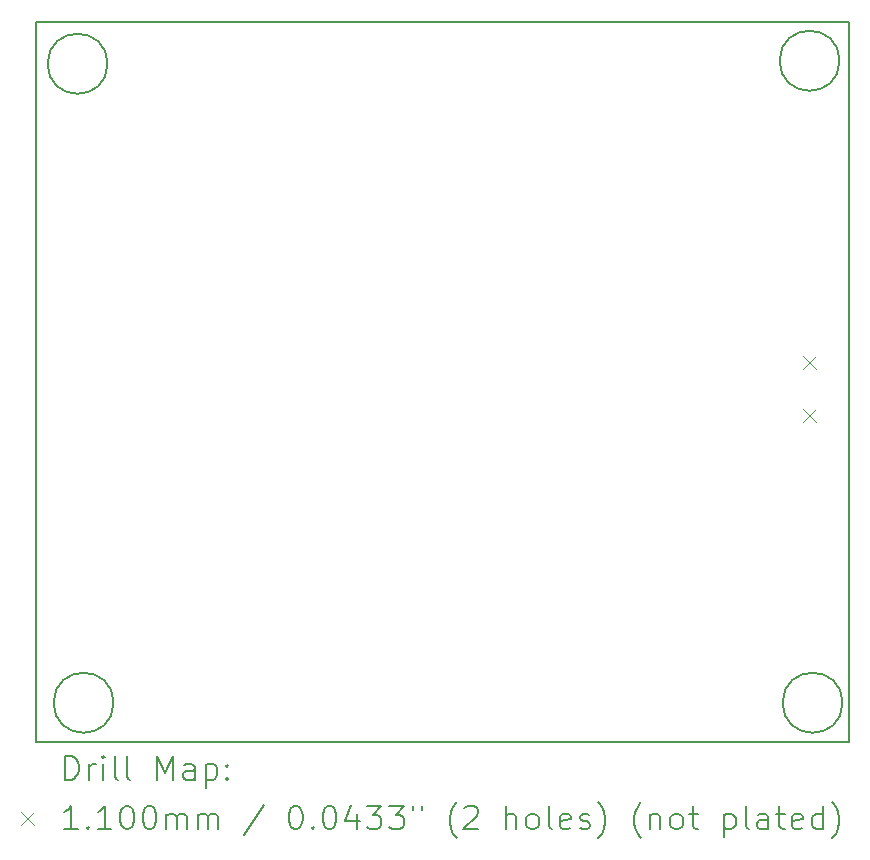
<source format=gbr>
%TF.GenerationSoftware,KiCad,Pcbnew,7.0.10*%
%TF.CreationDate,2024-03-02T18:50:19+09:00*%
%TF.ProjectId,STM32F103x8,53544d33-3246-4313-9033-78382e6b6963,rev?*%
%TF.SameCoordinates,Original*%
%TF.FileFunction,Drillmap*%
%TF.FilePolarity,Positive*%
%FSLAX45Y45*%
G04 Gerber Fmt 4.5, Leading zero omitted, Abs format (unit mm)*
G04 Created by KiCad (PCBNEW 7.0.10) date 2024-03-02 18:50:19*
%MOMM*%
%LPD*%
G01*
G04 APERTURE LIST*
%ADD10C,0.200000*%
%ADD11C,0.110000*%
G04 APERTURE END LIST*
D10*
X12319000Y-10337800D02*
G75*
G03*
X11811000Y-10337800I-254000J0D01*
G01*
X11811000Y-10337800D02*
G75*
G03*
X12319000Y-10337800I254000J0D01*
G01*
X18491200Y-10337800D02*
G75*
G03*
X17983200Y-10337800I-254000J0D01*
G01*
X17983200Y-10337800D02*
G75*
G03*
X18491200Y-10337800I254000J0D01*
G01*
X12268200Y-4927600D02*
G75*
G03*
X11760200Y-4927600I-254000J0D01*
G01*
X11760200Y-4927600D02*
G75*
G03*
X12268200Y-4927600I254000J0D01*
G01*
X11658600Y-4572000D02*
X18542000Y-4572000D01*
X18542000Y-10668000D01*
X11658600Y-10668000D01*
X11658600Y-4572000D01*
X18465800Y-4902200D02*
G75*
G03*
X17957800Y-4902200I-254000J0D01*
G01*
X17957800Y-4902200D02*
G75*
G03*
X18465800Y-4902200I254000J0D01*
G01*
D11*
X18160500Y-7403500D02*
X18270500Y-7513500D01*
X18270500Y-7403500D02*
X18160500Y-7513500D01*
X18160500Y-7853500D02*
X18270500Y-7963500D01*
X18270500Y-7853500D02*
X18160500Y-7963500D01*
D10*
X11909377Y-10989484D02*
X11909377Y-10789484D01*
X11909377Y-10789484D02*
X11956996Y-10789484D01*
X11956996Y-10789484D02*
X11985567Y-10799008D01*
X11985567Y-10799008D02*
X12004615Y-10818055D01*
X12004615Y-10818055D02*
X12014139Y-10837103D01*
X12014139Y-10837103D02*
X12023662Y-10875198D01*
X12023662Y-10875198D02*
X12023662Y-10903770D01*
X12023662Y-10903770D02*
X12014139Y-10941865D01*
X12014139Y-10941865D02*
X12004615Y-10960912D01*
X12004615Y-10960912D02*
X11985567Y-10979960D01*
X11985567Y-10979960D02*
X11956996Y-10989484D01*
X11956996Y-10989484D02*
X11909377Y-10989484D01*
X12109377Y-10989484D02*
X12109377Y-10856150D01*
X12109377Y-10894246D02*
X12118901Y-10875198D01*
X12118901Y-10875198D02*
X12128424Y-10865674D01*
X12128424Y-10865674D02*
X12147472Y-10856150D01*
X12147472Y-10856150D02*
X12166520Y-10856150D01*
X12233186Y-10989484D02*
X12233186Y-10856150D01*
X12233186Y-10789484D02*
X12223662Y-10799008D01*
X12223662Y-10799008D02*
X12233186Y-10808531D01*
X12233186Y-10808531D02*
X12242710Y-10799008D01*
X12242710Y-10799008D02*
X12233186Y-10789484D01*
X12233186Y-10789484D02*
X12233186Y-10808531D01*
X12356996Y-10989484D02*
X12337948Y-10979960D01*
X12337948Y-10979960D02*
X12328424Y-10960912D01*
X12328424Y-10960912D02*
X12328424Y-10789484D01*
X12461758Y-10989484D02*
X12442710Y-10979960D01*
X12442710Y-10979960D02*
X12433186Y-10960912D01*
X12433186Y-10960912D02*
X12433186Y-10789484D01*
X12690329Y-10989484D02*
X12690329Y-10789484D01*
X12690329Y-10789484D02*
X12756996Y-10932341D01*
X12756996Y-10932341D02*
X12823662Y-10789484D01*
X12823662Y-10789484D02*
X12823662Y-10989484D01*
X13004615Y-10989484D02*
X13004615Y-10884722D01*
X13004615Y-10884722D02*
X12995091Y-10865674D01*
X12995091Y-10865674D02*
X12976043Y-10856150D01*
X12976043Y-10856150D02*
X12937948Y-10856150D01*
X12937948Y-10856150D02*
X12918901Y-10865674D01*
X13004615Y-10979960D02*
X12985567Y-10989484D01*
X12985567Y-10989484D02*
X12937948Y-10989484D01*
X12937948Y-10989484D02*
X12918901Y-10979960D01*
X12918901Y-10979960D02*
X12909377Y-10960912D01*
X12909377Y-10960912D02*
X12909377Y-10941865D01*
X12909377Y-10941865D02*
X12918901Y-10922817D01*
X12918901Y-10922817D02*
X12937948Y-10913293D01*
X12937948Y-10913293D02*
X12985567Y-10913293D01*
X12985567Y-10913293D02*
X13004615Y-10903770D01*
X13099853Y-10856150D02*
X13099853Y-11056150D01*
X13099853Y-10865674D02*
X13118901Y-10856150D01*
X13118901Y-10856150D02*
X13156996Y-10856150D01*
X13156996Y-10856150D02*
X13176043Y-10865674D01*
X13176043Y-10865674D02*
X13185567Y-10875198D01*
X13185567Y-10875198D02*
X13195091Y-10894246D01*
X13195091Y-10894246D02*
X13195091Y-10951389D01*
X13195091Y-10951389D02*
X13185567Y-10970436D01*
X13185567Y-10970436D02*
X13176043Y-10979960D01*
X13176043Y-10979960D02*
X13156996Y-10989484D01*
X13156996Y-10989484D02*
X13118901Y-10989484D01*
X13118901Y-10989484D02*
X13099853Y-10979960D01*
X13280805Y-10970436D02*
X13290329Y-10979960D01*
X13290329Y-10979960D02*
X13280805Y-10989484D01*
X13280805Y-10989484D02*
X13271282Y-10979960D01*
X13271282Y-10979960D02*
X13280805Y-10970436D01*
X13280805Y-10970436D02*
X13280805Y-10989484D01*
X13280805Y-10865674D02*
X13290329Y-10875198D01*
X13290329Y-10875198D02*
X13280805Y-10884722D01*
X13280805Y-10884722D02*
X13271282Y-10875198D01*
X13271282Y-10875198D02*
X13280805Y-10865674D01*
X13280805Y-10865674D02*
X13280805Y-10884722D01*
D11*
X11538600Y-11263000D02*
X11648600Y-11373000D01*
X11648600Y-11263000D02*
X11538600Y-11373000D01*
D10*
X12014139Y-11409484D02*
X11899853Y-11409484D01*
X11956996Y-11409484D02*
X11956996Y-11209484D01*
X11956996Y-11209484D02*
X11937948Y-11238055D01*
X11937948Y-11238055D02*
X11918901Y-11257103D01*
X11918901Y-11257103D02*
X11899853Y-11266627D01*
X12099853Y-11390436D02*
X12109377Y-11399960D01*
X12109377Y-11399960D02*
X12099853Y-11409484D01*
X12099853Y-11409484D02*
X12090329Y-11399960D01*
X12090329Y-11399960D02*
X12099853Y-11390436D01*
X12099853Y-11390436D02*
X12099853Y-11409484D01*
X12299853Y-11409484D02*
X12185567Y-11409484D01*
X12242710Y-11409484D02*
X12242710Y-11209484D01*
X12242710Y-11209484D02*
X12223662Y-11238055D01*
X12223662Y-11238055D02*
X12204615Y-11257103D01*
X12204615Y-11257103D02*
X12185567Y-11266627D01*
X12423662Y-11209484D02*
X12442710Y-11209484D01*
X12442710Y-11209484D02*
X12461758Y-11219008D01*
X12461758Y-11219008D02*
X12471282Y-11228531D01*
X12471282Y-11228531D02*
X12480805Y-11247579D01*
X12480805Y-11247579D02*
X12490329Y-11285674D01*
X12490329Y-11285674D02*
X12490329Y-11333293D01*
X12490329Y-11333293D02*
X12480805Y-11371388D01*
X12480805Y-11371388D02*
X12471282Y-11390436D01*
X12471282Y-11390436D02*
X12461758Y-11399960D01*
X12461758Y-11399960D02*
X12442710Y-11409484D01*
X12442710Y-11409484D02*
X12423662Y-11409484D01*
X12423662Y-11409484D02*
X12404615Y-11399960D01*
X12404615Y-11399960D02*
X12395091Y-11390436D01*
X12395091Y-11390436D02*
X12385567Y-11371388D01*
X12385567Y-11371388D02*
X12376043Y-11333293D01*
X12376043Y-11333293D02*
X12376043Y-11285674D01*
X12376043Y-11285674D02*
X12385567Y-11247579D01*
X12385567Y-11247579D02*
X12395091Y-11228531D01*
X12395091Y-11228531D02*
X12404615Y-11219008D01*
X12404615Y-11219008D02*
X12423662Y-11209484D01*
X12614139Y-11209484D02*
X12633186Y-11209484D01*
X12633186Y-11209484D02*
X12652234Y-11219008D01*
X12652234Y-11219008D02*
X12661758Y-11228531D01*
X12661758Y-11228531D02*
X12671282Y-11247579D01*
X12671282Y-11247579D02*
X12680805Y-11285674D01*
X12680805Y-11285674D02*
X12680805Y-11333293D01*
X12680805Y-11333293D02*
X12671282Y-11371388D01*
X12671282Y-11371388D02*
X12661758Y-11390436D01*
X12661758Y-11390436D02*
X12652234Y-11399960D01*
X12652234Y-11399960D02*
X12633186Y-11409484D01*
X12633186Y-11409484D02*
X12614139Y-11409484D01*
X12614139Y-11409484D02*
X12595091Y-11399960D01*
X12595091Y-11399960D02*
X12585567Y-11390436D01*
X12585567Y-11390436D02*
X12576043Y-11371388D01*
X12576043Y-11371388D02*
X12566520Y-11333293D01*
X12566520Y-11333293D02*
X12566520Y-11285674D01*
X12566520Y-11285674D02*
X12576043Y-11247579D01*
X12576043Y-11247579D02*
X12585567Y-11228531D01*
X12585567Y-11228531D02*
X12595091Y-11219008D01*
X12595091Y-11219008D02*
X12614139Y-11209484D01*
X12766520Y-11409484D02*
X12766520Y-11276150D01*
X12766520Y-11295198D02*
X12776043Y-11285674D01*
X12776043Y-11285674D02*
X12795091Y-11276150D01*
X12795091Y-11276150D02*
X12823663Y-11276150D01*
X12823663Y-11276150D02*
X12842710Y-11285674D01*
X12842710Y-11285674D02*
X12852234Y-11304722D01*
X12852234Y-11304722D02*
X12852234Y-11409484D01*
X12852234Y-11304722D02*
X12861758Y-11285674D01*
X12861758Y-11285674D02*
X12880805Y-11276150D01*
X12880805Y-11276150D02*
X12909377Y-11276150D01*
X12909377Y-11276150D02*
X12928424Y-11285674D01*
X12928424Y-11285674D02*
X12937948Y-11304722D01*
X12937948Y-11304722D02*
X12937948Y-11409484D01*
X13033186Y-11409484D02*
X13033186Y-11276150D01*
X13033186Y-11295198D02*
X13042710Y-11285674D01*
X13042710Y-11285674D02*
X13061758Y-11276150D01*
X13061758Y-11276150D02*
X13090329Y-11276150D01*
X13090329Y-11276150D02*
X13109377Y-11285674D01*
X13109377Y-11285674D02*
X13118901Y-11304722D01*
X13118901Y-11304722D02*
X13118901Y-11409484D01*
X13118901Y-11304722D02*
X13128424Y-11285674D01*
X13128424Y-11285674D02*
X13147472Y-11276150D01*
X13147472Y-11276150D02*
X13176043Y-11276150D01*
X13176043Y-11276150D02*
X13195091Y-11285674D01*
X13195091Y-11285674D02*
X13204615Y-11304722D01*
X13204615Y-11304722D02*
X13204615Y-11409484D01*
X13595091Y-11199960D02*
X13423663Y-11457103D01*
X13852234Y-11209484D02*
X13871282Y-11209484D01*
X13871282Y-11209484D02*
X13890329Y-11219008D01*
X13890329Y-11219008D02*
X13899853Y-11228531D01*
X13899853Y-11228531D02*
X13909377Y-11247579D01*
X13909377Y-11247579D02*
X13918901Y-11285674D01*
X13918901Y-11285674D02*
X13918901Y-11333293D01*
X13918901Y-11333293D02*
X13909377Y-11371388D01*
X13909377Y-11371388D02*
X13899853Y-11390436D01*
X13899853Y-11390436D02*
X13890329Y-11399960D01*
X13890329Y-11399960D02*
X13871282Y-11409484D01*
X13871282Y-11409484D02*
X13852234Y-11409484D01*
X13852234Y-11409484D02*
X13833186Y-11399960D01*
X13833186Y-11399960D02*
X13823663Y-11390436D01*
X13823663Y-11390436D02*
X13814139Y-11371388D01*
X13814139Y-11371388D02*
X13804615Y-11333293D01*
X13804615Y-11333293D02*
X13804615Y-11285674D01*
X13804615Y-11285674D02*
X13814139Y-11247579D01*
X13814139Y-11247579D02*
X13823663Y-11228531D01*
X13823663Y-11228531D02*
X13833186Y-11219008D01*
X13833186Y-11219008D02*
X13852234Y-11209484D01*
X14004615Y-11390436D02*
X14014139Y-11399960D01*
X14014139Y-11399960D02*
X14004615Y-11409484D01*
X14004615Y-11409484D02*
X13995091Y-11399960D01*
X13995091Y-11399960D02*
X14004615Y-11390436D01*
X14004615Y-11390436D02*
X14004615Y-11409484D01*
X14137948Y-11209484D02*
X14156996Y-11209484D01*
X14156996Y-11209484D02*
X14176044Y-11219008D01*
X14176044Y-11219008D02*
X14185567Y-11228531D01*
X14185567Y-11228531D02*
X14195091Y-11247579D01*
X14195091Y-11247579D02*
X14204615Y-11285674D01*
X14204615Y-11285674D02*
X14204615Y-11333293D01*
X14204615Y-11333293D02*
X14195091Y-11371388D01*
X14195091Y-11371388D02*
X14185567Y-11390436D01*
X14185567Y-11390436D02*
X14176044Y-11399960D01*
X14176044Y-11399960D02*
X14156996Y-11409484D01*
X14156996Y-11409484D02*
X14137948Y-11409484D01*
X14137948Y-11409484D02*
X14118901Y-11399960D01*
X14118901Y-11399960D02*
X14109377Y-11390436D01*
X14109377Y-11390436D02*
X14099853Y-11371388D01*
X14099853Y-11371388D02*
X14090329Y-11333293D01*
X14090329Y-11333293D02*
X14090329Y-11285674D01*
X14090329Y-11285674D02*
X14099853Y-11247579D01*
X14099853Y-11247579D02*
X14109377Y-11228531D01*
X14109377Y-11228531D02*
X14118901Y-11219008D01*
X14118901Y-11219008D02*
X14137948Y-11209484D01*
X14376044Y-11276150D02*
X14376044Y-11409484D01*
X14328425Y-11199960D02*
X14280806Y-11342817D01*
X14280806Y-11342817D02*
X14404615Y-11342817D01*
X14461758Y-11209484D02*
X14585567Y-11209484D01*
X14585567Y-11209484D02*
X14518901Y-11285674D01*
X14518901Y-11285674D02*
X14547472Y-11285674D01*
X14547472Y-11285674D02*
X14566520Y-11295198D01*
X14566520Y-11295198D02*
X14576044Y-11304722D01*
X14576044Y-11304722D02*
X14585567Y-11323769D01*
X14585567Y-11323769D02*
X14585567Y-11371388D01*
X14585567Y-11371388D02*
X14576044Y-11390436D01*
X14576044Y-11390436D02*
X14566520Y-11399960D01*
X14566520Y-11399960D02*
X14547472Y-11409484D01*
X14547472Y-11409484D02*
X14490329Y-11409484D01*
X14490329Y-11409484D02*
X14471282Y-11399960D01*
X14471282Y-11399960D02*
X14461758Y-11390436D01*
X14652234Y-11209484D02*
X14776044Y-11209484D01*
X14776044Y-11209484D02*
X14709377Y-11285674D01*
X14709377Y-11285674D02*
X14737948Y-11285674D01*
X14737948Y-11285674D02*
X14756996Y-11295198D01*
X14756996Y-11295198D02*
X14766520Y-11304722D01*
X14766520Y-11304722D02*
X14776044Y-11323769D01*
X14776044Y-11323769D02*
X14776044Y-11371388D01*
X14776044Y-11371388D02*
X14766520Y-11390436D01*
X14766520Y-11390436D02*
X14756996Y-11399960D01*
X14756996Y-11399960D02*
X14737948Y-11409484D01*
X14737948Y-11409484D02*
X14680806Y-11409484D01*
X14680806Y-11409484D02*
X14661758Y-11399960D01*
X14661758Y-11399960D02*
X14652234Y-11390436D01*
X14852234Y-11209484D02*
X14852234Y-11247579D01*
X14928425Y-11209484D02*
X14928425Y-11247579D01*
X15223663Y-11485674D02*
X15214139Y-11476150D01*
X15214139Y-11476150D02*
X15195091Y-11447579D01*
X15195091Y-11447579D02*
X15185568Y-11428531D01*
X15185568Y-11428531D02*
X15176044Y-11399960D01*
X15176044Y-11399960D02*
X15166520Y-11352341D01*
X15166520Y-11352341D02*
X15166520Y-11314246D01*
X15166520Y-11314246D02*
X15176044Y-11266627D01*
X15176044Y-11266627D02*
X15185568Y-11238055D01*
X15185568Y-11238055D02*
X15195091Y-11219008D01*
X15195091Y-11219008D02*
X15214139Y-11190436D01*
X15214139Y-11190436D02*
X15223663Y-11180912D01*
X15290329Y-11228531D02*
X15299853Y-11219008D01*
X15299853Y-11219008D02*
X15318901Y-11209484D01*
X15318901Y-11209484D02*
X15366520Y-11209484D01*
X15366520Y-11209484D02*
X15385568Y-11219008D01*
X15385568Y-11219008D02*
X15395091Y-11228531D01*
X15395091Y-11228531D02*
X15404615Y-11247579D01*
X15404615Y-11247579D02*
X15404615Y-11266627D01*
X15404615Y-11266627D02*
X15395091Y-11295198D01*
X15395091Y-11295198D02*
X15280806Y-11409484D01*
X15280806Y-11409484D02*
X15404615Y-11409484D01*
X15642710Y-11409484D02*
X15642710Y-11209484D01*
X15728425Y-11409484D02*
X15728425Y-11304722D01*
X15728425Y-11304722D02*
X15718901Y-11285674D01*
X15718901Y-11285674D02*
X15699853Y-11276150D01*
X15699853Y-11276150D02*
X15671282Y-11276150D01*
X15671282Y-11276150D02*
X15652234Y-11285674D01*
X15652234Y-11285674D02*
X15642710Y-11295198D01*
X15852234Y-11409484D02*
X15833187Y-11399960D01*
X15833187Y-11399960D02*
X15823663Y-11390436D01*
X15823663Y-11390436D02*
X15814139Y-11371388D01*
X15814139Y-11371388D02*
X15814139Y-11314246D01*
X15814139Y-11314246D02*
X15823663Y-11295198D01*
X15823663Y-11295198D02*
X15833187Y-11285674D01*
X15833187Y-11285674D02*
X15852234Y-11276150D01*
X15852234Y-11276150D02*
X15880806Y-11276150D01*
X15880806Y-11276150D02*
X15899853Y-11285674D01*
X15899853Y-11285674D02*
X15909377Y-11295198D01*
X15909377Y-11295198D02*
X15918901Y-11314246D01*
X15918901Y-11314246D02*
X15918901Y-11371388D01*
X15918901Y-11371388D02*
X15909377Y-11390436D01*
X15909377Y-11390436D02*
X15899853Y-11399960D01*
X15899853Y-11399960D02*
X15880806Y-11409484D01*
X15880806Y-11409484D02*
X15852234Y-11409484D01*
X16033187Y-11409484D02*
X16014139Y-11399960D01*
X16014139Y-11399960D02*
X16004615Y-11380912D01*
X16004615Y-11380912D02*
X16004615Y-11209484D01*
X16185568Y-11399960D02*
X16166520Y-11409484D01*
X16166520Y-11409484D02*
X16128425Y-11409484D01*
X16128425Y-11409484D02*
X16109377Y-11399960D01*
X16109377Y-11399960D02*
X16099853Y-11380912D01*
X16099853Y-11380912D02*
X16099853Y-11304722D01*
X16099853Y-11304722D02*
X16109377Y-11285674D01*
X16109377Y-11285674D02*
X16128425Y-11276150D01*
X16128425Y-11276150D02*
X16166520Y-11276150D01*
X16166520Y-11276150D02*
X16185568Y-11285674D01*
X16185568Y-11285674D02*
X16195091Y-11304722D01*
X16195091Y-11304722D02*
X16195091Y-11323769D01*
X16195091Y-11323769D02*
X16099853Y-11342817D01*
X16271282Y-11399960D02*
X16290330Y-11409484D01*
X16290330Y-11409484D02*
X16328425Y-11409484D01*
X16328425Y-11409484D02*
X16347472Y-11399960D01*
X16347472Y-11399960D02*
X16356996Y-11380912D01*
X16356996Y-11380912D02*
X16356996Y-11371388D01*
X16356996Y-11371388D02*
X16347472Y-11352341D01*
X16347472Y-11352341D02*
X16328425Y-11342817D01*
X16328425Y-11342817D02*
X16299853Y-11342817D01*
X16299853Y-11342817D02*
X16280806Y-11333293D01*
X16280806Y-11333293D02*
X16271282Y-11314246D01*
X16271282Y-11314246D02*
X16271282Y-11304722D01*
X16271282Y-11304722D02*
X16280806Y-11285674D01*
X16280806Y-11285674D02*
X16299853Y-11276150D01*
X16299853Y-11276150D02*
X16328425Y-11276150D01*
X16328425Y-11276150D02*
X16347472Y-11285674D01*
X16423663Y-11485674D02*
X16433187Y-11476150D01*
X16433187Y-11476150D02*
X16452234Y-11447579D01*
X16452234Y-11447579D02*
X16461758Y-11428531D01*
X16461758Y-11428531D02*
X16471282Y-11399960D01*
X16471282Y-11399960D02*
X16480806Y-11352341D01*
X16480806Y-11352341D02*
X16480806Y-11314246D01*
X16480806Y-11314246D02*
X16471282Y-11266627D01*
X16471282Y-11266627D02*
X16461758Y-11238055D01*
X16461758Y-11238055D02*
X16452234Y-11219008D01*
X16452234Y-11219008D02*
X16433187Y-11190436D01*
X16433187Y-11190436D02*
X16423663Y-11180912D01*
X16785568Y-11485674D02*
X16776044Y-11476150D01*
X16776044Y-11476150D02*
X16756996Y-11447579D01*
X16756996Y-11447579D02*
X16747472Y-11428531D01*
X16747472Y-11428531D02*
X16737949Y-11399960D01*
X16737949Y-11399960D02*
X16728425Y-11352341D01*
X16728425Y-11352341D02*
X16728425Y-11314246D01*
X16728425Y-11314246D02*
X16737949Y-11266627D01*
X16737949Y-11266627D02*
X16747472Y-11238055D01*
X16747472Y-11238055D02*
X16756996Y-11219008D01*
X16756996Y-11219008D02*
X16776044Y-11190436D01*
X16776044Y-11190436D02*
X16785568Y-11180912D01*
X16861758Y-11276150D02*
X16861758Y-11409484D01*
X16861758Y-11295198D02*
X16871282Y-11285674D01*
X16871282Y-11285674D02*
X16890330Y-11276150D01*
X16890330Y-11276150D02*
X16918901Y-11276150D01*
X16918901Y-11276150D02*
X16937949Y-11285674D01*
X16937949Y-11285674D02*
X16947473Y-11304722D01*
X16947473Y-11304722D02*
X16947473Y-11409484D01*
X17071282Y-11409484D02*
X17052234Y-11399960D01*
X17052234Y-11399960D02*
X17042711Y-11390436D01*
X17042711Y-11390436D02*
X17033187Y-11371388D01*
X17033187Y-11371388D02*
X17033187Y-11314246D01*
X17033187Y-11314246D02*
X17042711Y-11295198D01*
X17042711Y-11295198D02*
X17052234Y-11285674D01*
X17052234Y-11285674D02*
X17071282Y-11276150D01*
X17071282Y-11276150D02*
X17099854Y-11276150D01*
X17099854Y-11276150D02*
X17118901Y-11285674D01*
X17118901Y-11285674D02*
X17128425Y-11295198D01*
X17128425Y-11295198D02*
X17137949Y-11314246D01*
X17137949Y-11314246D02*
X17137949Y-11371388D01*
X17137949Y-11371388D02*
X17128425Y-11390436D01*
X17128425Y-11390436D02*
X17118901Y-11399960D01*
X17118901Y-11399960D02*
X17099854Y-11409484D01*
X17099854Y-11409484D02*
X17071282Y-11409484D01*
X17195092Y-11276150D02*
X17271282Y-11276150D01*
X17223663Y-11209484D02*
X17223663Y-11380912D01*
X17223663Y-11380912D02*
X17233187Y-11399960D01*
X17233187Y-11399960D02*
X17252234Y-11409484D01*
X17252234Y-11409484D02*
X17271282Y-11409484D01*
X17490330Y-11276150D02*
X17490330Y-11476150D01*
X17490330Y-11285674D02*
X17509377Y-11276150D01*
X17509377Y-11276150D02*
X17547473Y-11276150D01*
X17547473Y-11276150D02*
X17566520Y-11285674D01*
X17566520Y-11285674D02*
X17576044Y-11295198D01*
X17576044Y-11295198D02*
X17585568Y-11314246D01*
X17585568Y-11314246D02*
X17585568Y-11371388D01*
X17585568Y-11371388D02*
X17576044Y-11390436D01*
X17576044Y-11390436D02*
X17566520Y-11399960D01*
X17566520Y-11399960D02*
X17547473Y-11409484D01*
X17547473Y-11409484D02*
X17509377Y-11409484D01*
X17509377Y-11409484D02*
X17490330Y-11399960D01*
X17699854Y-11409484D02*
X17680806Y-11399960D01*
X17680806Y-11399960D02*
X17671282Y-11380912D01*
X17671282Y-11380912D02*
X17671282Y-11209484D01*
X17861758Y-11409484D02*
X17861758Y-11304722D01*
X17861758Y-11304722D02*
X17852235Y-11285674D01*
X17852235Y-11285674D02*
X17833187Y-11276150D01*
X17833187Y-11276150D02*
X17795092Y-11276150D01*
X17795092Y-11276150D02*
X17776044Y-11285674D01*
X17861758Y-11399960D02*
X17842711Y-11409484D01*
X17842711Y-11409484D02*
X17795092Y-11409484D01*
X17795092Y-11409484D02*
X17776044Y-11399960D01*
X17776044Y-11399960D02*
X17766520Y-11380912D01*
X17766520Y-11380912D02*
X17766520Y-11361865D01*
X17766520Y-11361865D02*
X17776044Y-11342817D01*
X17776044Y-11342817D02*
X17795092Y-11333293D01*
X17795092Y-11333293D02*
X17842711Y-11333293D01*
X17842711Y-11333293D02*
X17861758Y-11323769D01*
X17928425Y-11276150D02*
X18004615Y-11276150D01*
X17956996Y-11209484D02*
X17956996Y-11380912D01*
X17956996Y-11380912D02*
X17966520Y-11399960D01*
X17966520Y-11399960D02*
X17985568Y-11409484D01*
X17985568Y-11409484D02*
X18004615Y-11409484D01*
X18147473Y-11399960D02*
X18128425Y-11409484D01*
X18128425Y-11409484D02*
X18090330Y-11409484D01*
X18090330Y-11409484D02*
X18071282Y-11399960D01*
X18071282Y-11399960D02*
X18061758Y-11380912D01*
X18061758Y-11380912D02*
X18061758Y-11304722D01*
X18061758Y-11304722D02*
X18071282Y-11285674D01*
X18071282Y-11285674D02*
X18090330Y-11276150D01*
X18090330Y-11276150D02*
X18128425Y-11276150D01*
X18128425Y-11276150D02*
X18147473Y-11285674D01*
X18147473Y-11285674D02*
X18156996Y-11304722D01*
X18156996Y-11304722D02*
X18156996Y-11323769D01*
X18156996Y-11323769D02*
X18061758Y-11342817D01*
X18328425Y-11409484D02*
X18328425Y-11209484D01*
X18328425Y-11399960D02*
X18309377Y-11409484D01*
X18309377Y-11409484D02*
X18271282Y-11409484D01*
X18271282Y-11409484D02*
X18252235Y-11399960D01*
X18252235Y-11399960D02*
X18242711Y-11390436D01*
X18242711Y-11390436D02*
X18233187Y-11371388D01*
X18233187Y-11371388D02*
X18233187Y-11314246D01*
X18233187Y-11314246D02*
X18242711Y-11295198D01*
X18242711Y-11295198D02*
X18252235Y-11285674D01*
X18252235Y-11285674D02*
X18271282Y-11276150D01*
X18271282Y-11276150D02*
X18309377Y-11276150D01*
X18309377Y-11276150D02*
X18328425Y-11285674D01*
X18404616Y-11485674D02*
X18414139Y-11476150D01*
X18414139Y-11476150D02*
X18433187Y-11447579D01*
X18433187Y-11447579D02*
X18442711Y-11428531D01*
X18442711Y-11428531D02*
X18452235Y-11399960D01*
X18452235Y-11399960D02*
X18461758Y-11352341D01*
X18461758Y-11352341D02*
X18461758Y-11314246D01*
X18461758Y-11314246D02*
X18452235Y-11266627D01*
X18452235Y-11266627D02*
X18442711Y-11238055D01*
X18442711Y-11238055D02*
X18433187Y-11219008D01*
X18433187Y-11219008D02*
X18414139Y-11190436D01*
X18414139Y-11190436D02*
X18404616Y-11180912D01*
M02*

</source>
